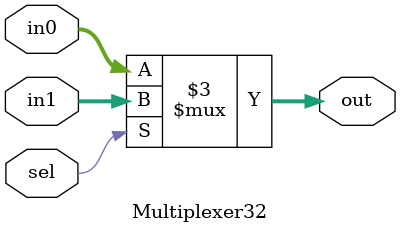
<source format=v>
module MIPS(
  input clk,
  input reset
);

  // Program Counter
  wire [31:0] pc_in, pc_out;
  
  // Instruction Memory
  wire [31:0] instruction;
  
  // Control Unit
  wire branch, mem_to_reg, mem_write, pc_src, alu_src, reg_dst, reg_write, jump;
  wire [3:0] alu_control;
  
  // Register File
  wire [31:0] srcA, write_data;
  
  // ALU
  wire zero;
  wire [31:0] alu_result;
  
  // Data Memory
  wire [31:0] read_data;
  
  // Sign Extend
  wire [31:0] sign_immediate;
  
  // Shift Left
  wire [31:0] branch_address;
  
  // Adder PC
  wire [31:0] pc_plus4;
  
  // Adder Branch
  wire [31:0] pc_branch;
  
  // Multiplexer PC Next
  wire [31:0] pc_next;
  
  // Multiplexer Write Reg
  wire [4:0] write_reg;
  
  // Multiplexer SrcB
  wire [31:0] srcB;
  
  // Multiplexer Result
  wire [31:0] result;
  
  ProgramCounter pc(
    .clk(clk),
    .reset(reset),
    .pc_in(pc_next),
    .pc_out(pc_out)
  );

  InstructionMemory im(
    .PC(pc_out),
    .instruction(instruction)
  );

  ControlUnit cou(
    .op(instruction[31:26]),
    .funct(instruction[5:0]),
    .zero(zero),
    .branch(branch),
    .mem_to_reg(mem_to_reg),
    .mem_write(mem_write),
    .pc_src(pc_src),
    .alu_src(alu_src),
    .reg_dst(reg_dst),
    .reg_write(reg_write),
    .jump(jump),
    .alu_control(alu_control)
  );
  
  RegisterFile rf(
    .clk(clk),
    .we3(reg_write),
    .ra1(instruction[25:21]),
    .ra2(instruction[20:16]),
    .wa3(write_reg),
    .wd3(result),
    .rd1(srcA),
    .rd2(write_data)
  );
  
  ALU alu(
    .srcA(srcA),
    .srcB(srcB),
    .alu_control(alu_control),
    .alu_result(alu_result),
    .zero(zero)
  );
  
  DataMemory dm(
    .clk(clk),
    .we(mem_write),
    .address(alu_result),
    .write_data(write_data),
    .read_data(read_data)
  );
  
  SignExtend se(
    .a(instruction[15:0]),
    .y(sign_immediate)
  );

  ShiftLeft sl(
    .a(sign_immediate),
    .y(branch_address)
  );
  
  Adder pa(
    .a(pc_out),
    .b(32'd4),
    .y(pc_plus4)
  );
  
  Adder ba(
    .a(branch_address),
    .b(pc_plus4),
    .y(pc_branch)
  );
  
  Multiplexer32 mc(
    .in0(pc_plus4), 
    .in1(pc_branch), 
    .sel(pc_src), 
    .out(pc_next)
  );

  Multiplexer5 mw(
    .in0(instruction[20:16]), 
    .in1(instruction[15:11]), 
    .sel(reg_dst), 
    .out(write_reg)
  );

  Multiplexer32 ms(
    .in0(write_data), 
    .in1(sign_immediate), 
    .sel(alu_src), 
    .out(srcB)
  );  

  Multiplexer32 mr(
    .in0(alu_result), 
    .in1(read_data), 
    .sel(mem_to_reg), 
    .out(result)
  );

endmodule

module ProgramCounter(
    input clk,
    input reset,
  	input [31:0] pc_in,
    output wire [31:0] pc_out
);
  	reg [31:0] data;
  
    always @(posedge clk or posedge reset) begin
        if (reset)
            data <= 0;
        else
            data <= pc_in;
    end
  
  	assign pc_out = data;
  
endmodule

module InstructionMemory(
	input [31:0] PC, 
  	output reg[31:0] instruction
);

  reg[31:0] memory[0:63];

  initial begin
    $readmemb("instructions.txt", memory, 0, 5);
  end

  always @(*) begin
      instruction = memory[PC >> 2];
  end
  
endmodule

module ControlUnit(
  	input [5:0] op, funct,
    input zero,
    output mem_to_reg, mem_write, branch, pc_src, alu_src, reg_dst, reg_write, jump,
  	output [3:0] alu_control
);

  	wire [1:0] alu_op;
  
    MainDecoder md(
        .op(op),
      	.mem_to_reg(mem_to_reg),
      	.mem_write(mem_write),
        .branch(branch),
      	.alu_src(alu_src),
      	.reg_dst(reg_dst),
      	.reg_write(reg_write),
        .jump(jump),
      	.alu_op(alu_op)
    );

    AluDecoder ad(
        .funct(funct),
      	.alu_op(alu_op),
      	.alu_control(alu_control)
    );

    assign pc_src = branch & zero;

endmodule

module MainDecoder(
    input [5:0] op,
  	output reg mem_to_reg, mem_write, alu_src, reg_dst, reg_write, jump, branch,
    output reg[1:0] alu_op
);

    always @(*) begin    
        case(op)       
            6'b000000: begin // R-type
                reg_write = 1;
                reg_dst = 1;
                alu_src = 0;
                branch = 0;
                mem_write = 0;
                mem_to_reg = 0;
                jump = 0;
                alu_op = 2'b10;
            end
            6'b001000: begin // addi 
                reg_write = 1;
                reg_dst = 0;
                alu_src = 1;
                branch = 0;
                mem_write = 0;
                mem_to_reg = 0;
                jump = 0;
                alu_op = 2'b00;
            end
            6'b000100: begin // beq 
                reg_write = 0;
                reg_dst = 0;
                alu_src = 0;
                branch = 1;
                mem_write = 0;
                mem_to_reg = 0;
                jump = 0;
                alu_op = 2'b01;
            end
            6'b000010: begin // jump 
                reg_write = 0;
                reg_dst = 0;
                alu_src = 0;
                branch = 0;
                mem_write = 0;
                mem_to_reg = 0;
                jump = 1;
                alu_op = 2'b00;
            end
            6'b100011: begin // lw 
                reg_write = 1;
                reg_dst = 0;
                alu_src = 1;
                branch = 0;
                mem_write = 0;
                mem_to_reg = 1;
                jump = 0;
                alu_op = 2'b00;
            end
            6'b101011: begin // sw 
                reg_write = 0;
                reg_dst = 0;
                alu_src = 1;
                branch = 0;
                mem_write = 1;
                mem_to_reg = 0;
                jump = 0;
                alu_op = 2'b00;
            end
            default: begin
                reg_write = 1'bx;
                reg_dst = 1'bx;
                alu_src = 1'bx;
                branch = 1'bx;
                mem_write = 1'bx;
                mem_to_reg = 1'bx;
                jump = 1'bx;
                alu_op = 2'bxx;
            end   
        endcase      
    end
endmodule

module AluDecoder(
    input [5:0] funct,
  	input [1:0] alu_op,
  	output reg [3:0] alu_control
);

    always @(*) begin
      	case (alu_op)
            2'b00: alu_control = 3'b010; // add para lw, sw, addi
            2'b01: alu_control = 3'b110; // sub para beq
            2'b10: begin // R-type
                case (funct) 
                    6'b100000: alu_control = 3'b010; // ADD
                    6'b100010: alu_control = 3'b110; // SUB
                    6'b101010: alu_control = 3'b111; // SLT
                    6'b011010: alu_control = 3'b101; // DIV
                    6'b100100: alu_control = 3'b000; // AND
                    6'b100101: alu_control = 3'b001; // OR
                    default: alu_control = 3'bxxx;
                endcase
            end
            default: alu_control = 3'b000;
        endcase
    end
endmodule

module RegisterFile(
  	input clk,
    input we3,
  	input [4:0] ra1, ra2, wa3,
  	input [31:0] wd3,
  	output reg [31:0] rd1, rd2
);

    reg [31:0] rf[31:0];
	
    initial begin
        integer i;
        for (i = 0; i < 32; i = i + 1) begin
           rf[i] = 32'b0;
        end
    end
  
    always @(posedge clk) begin
      if (we3) begin
        rf[wa3] <= wd3;
      end
    end
	
  	always @(*) begin
        rd1 = rf[ra1];
        rd2 = rf[ra2];
    end
  
endmodule

module ALU(
  	input [31:0] srcA, srcB,
  	input [3:0] alu_control,
  	output reg [31:0] alu_result,
    output zero
);
    always @(*) begin
      	case (alu_control)
            4'b0010: alu_result = srcA + srcB; // add
            4'b0110: alu_result = srcA - srcB; // sub
            4'b0000: alu_result = srcA & srcB; // and
            4'b0001: alu_result = srcA | srcB; // or
            4'b0111: alu_result = (srcA > srcB) ? 1 : 0; // slt
            4'b0101: alu_result = srcA / srcB; // div
            default: alu_result = 0;
        endcase
    end

  	assign zero = (alu_result == 0);
  
endmodule

module DataMemory(
    input clk,
    input we,
  	input [31:0] address,
  	input [31:0] write_data,
  	output reg [31:0] read_data
);

  	reg [31:0] memory[63:0];

    initial begin
        integer i;
        for (i = 0; i < 64; i = i + 1) begin
            memory[i] = 32'b0;
        end
    end

    always @(*) begin
      	read_data = memory[address[5:0]];
    end

    always @(posedge clk) begin
      	if (we) begin
          	$display("ADDRESS: %h, VALUE: %d", address[5:0], write_data);
        	memory[address[5:0]] <= write_data;
      	end
    end

endmodule

module SignExtend(
    input [15:0] a,
    output reg [31:0] y
);
  
    assign y = {{16{a[15]}}, a};
  
endmodule

module ShiftLeft(
    input [31:0] a,
  	output reg [31:0] y
);
  
  	always @(*) begin
		y = a << 2;
	end

endmodule

module Adder(
  	input [31:0] a, b,
    output [31:0] y
);
  
    assign y = a + b;
  
endmodule

module Multiplexer5(
  	input [4:0] in0, in1,
    input sel,
    output [4:0] out
);
  
    assign out = sel ? in1 : in0;
  
endmodule

module Multiplexer32(
  	input [31:0] in0, in1,
    input sel,
    output [31:0] out
);
  
    assign out = sel ? in1 : in0;
  
endmodule
</source>
